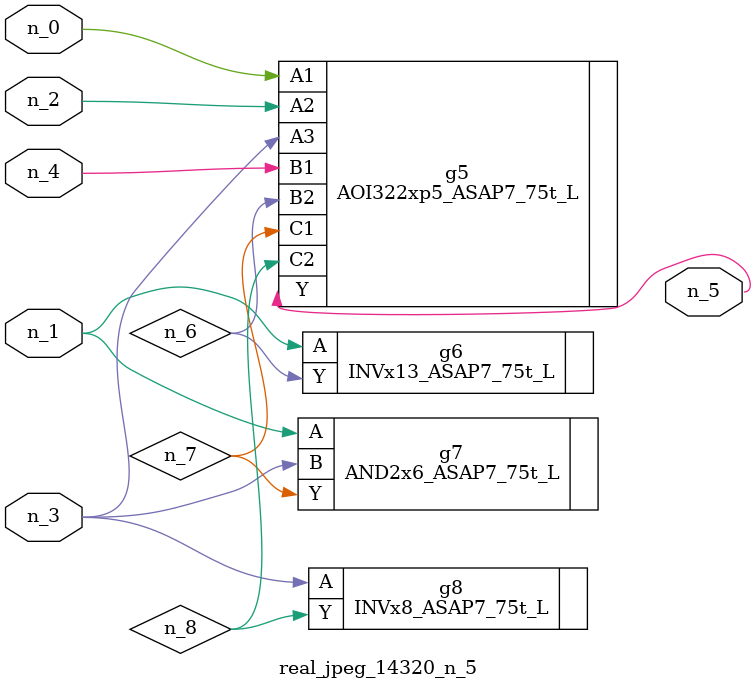
<source format=v>
module real_jpeg_14320_n_5 (n_4, n_0, n_1, n_2, n_3, n_5);

input n_4;
input n_0;
input n_1;
input n_2;
input n_3;

output n_5;

wire n_8;
wire n_6;
wire n_7;

AOI322xp5_ASAP7_75t_L g5 ( 
.A1(n_0),
.A2(n_2),
.A3(n_3),
.B1(n_4),
.B2(n_6),
.C1(n_7),
.C2(n_8),
.Y(n_5)
);

INVx13_ASAP7_75t_L g6 ( 
.A(n_1),
.Y(n_6)
);

AND2x6_ASAP7_75t_L g7 ( 
.A(n_1),
.B(n_3),
.Y(n_7)
);

INVx8_ASAP7_75t_L g8 ( 
.A(n_3),
.Y(n_8)
);


endmodule
</source>
